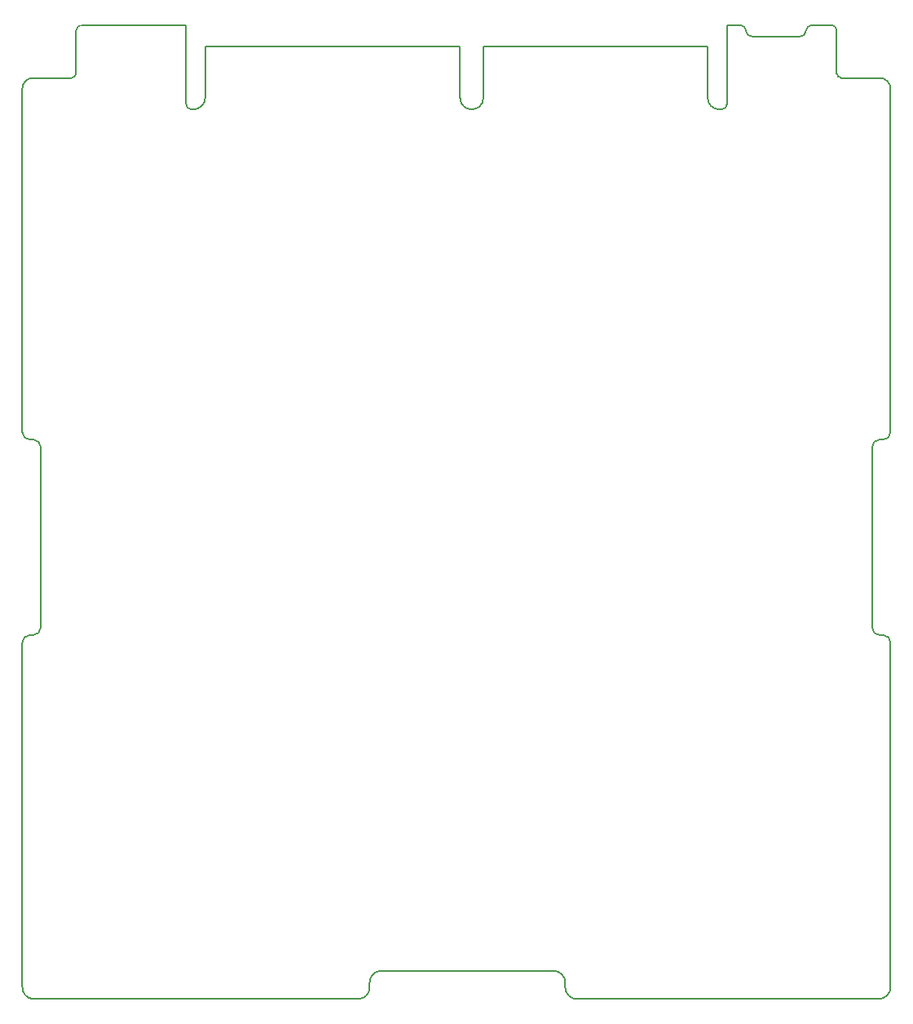
<source format=gm1>
G04 #@! TF.GenerationSoftware,KiCad,Pcbnew,7.0.1*
G04 #@! TF.CreationDate,2023-06-16T15:13:16-04:00*
G04 #@! TF.ProjectId,mainboard_pcbway,6d61696e-626f-4617-9264-5f7063627761,C*
G04 #@! TF.SameCoordinates,Original*
G04 #@! TF.FileFunction,Profile,NP*
%FSLAX46Y46*%
G04 Gerber Fmt 4.6, Leading zero omitted, Abs format (unit mm)*
G04 Created by KiCad (PCBNEW 7.0.1) date 2023-06-16 15:13:16*
%MOMM*%
%LPD*%
G01*
G04 APERTURE LIST*
G04 #@! TA.AperFunction,Profile*
%ADD10C,0.127000*%
G04 #@! TD*
G04 APERTURE END LIST*
D10*
X135864600Y-56743600D02*
X139852400Y-56743600D01*
X51943000Y-114604800D02*
G75*
G03*
X52705000Y-113842800I0J762000D01*
G01*
X140970000Y-93548200D02*
X140970000Y-57861200D01*
X107188000Y-150672800D02*
G75*
G03*
X105994200Y-149479000I-1193800J0D01*
G01*
X96266000Y-58801000D02*
X96266000Y-53441600D01*
X124002800Y-51257200D02*
X125349000Y-51257200D01*
X135382000Y-56261000D02*
G75*
G03*
X135864600Y-56743600I482600J0D01*
G01*
X98679000Y-53441600D02*
X121983500Y-53441600D01*
X125958592Y-51841400D02*
G75*
G03*
X126593600Y-52451000I610108J0D01*
G01*
X67792600Y-59385200D02*
X67792600Y-51257200D01*
X98679000Y-58801000D02*
X98679000Y-53441600D01*
X55880000Y-56743599D02*
G75*
G03*
X56387999Y-56286400I25400J482599D01*
G01*
X51892200Y-56743601D02*
G75*
G03*
X50800001Y-57861200I12700J-1104899D01*
G01*
X121983500Y-58801000D02*
X121983500Y-53441600D01*
X56972200Y-51257200D02*
G75*
G03*
X56388000Y-51841400I0J-584200D01*
G01*
X86868000Y-151206200D02*
X86868000Y-150672800D01*
X51562000Y-114604800D02*
G75*
G03*
X50800000Y-115366800I0J-762000D01*
G01*
X50800000Y-151130000D02*
G75*
G03*
X51917600Y-152400000I1193800J-76200D01*
G01*
X132816600Y-51257272D02*
G75*
G03*
X132181600Y-51866800I-100J-635428D01*
G01*
X50800000Y-151130000D02*
X50800000Y-115366800D01*
X51917600Y-152400000D02*
X85674200Y-152400000D01*
X135382000Y-51816000D02*
G75*
G03*
X134823200Y-51257200I-558800J0D01*
G01*
X52705000Y-95072200D02*
G75*
G03*
X51943000Y-94310200I-762000J0D01*
G01*
X132816600Y-51257200D02*
X134823200Y-51257200D01*
X124002800Y-59436000D02*
X124002800Y-51257200D01*
X140970000Y-115366800D02*
G75*
G03*
X140208000Y-114604800I-762000J0D01*
G01*
X85674200Y-152400000D02*
G75*
G03*
X86868000Y-151206200I0J1193800D01*
G01*
X50800000Y-93548200D02*
G75*
G03*
X51562000Y-94310200I762000J0D01*
G01*
X125958600Y-51841400D02*
G75*
G03*
X125349000Y-51257200I-596900J-12700D01*
G01*
X131572000Y-52451000D02*
G75*
G03*
X132181600Y-51866800I12700J596900D01*
G01*
X69799200Y-53441600D02*
X96266000Y-53441600D01*
X126593600Y-52451000D02*
X131572000Y-52451000D01*
X140970000Y-57861200D02*
G75*
G03*
X139852400Y-56743600I-1117600J0D01*
G01*
X69799200Y-58750200D02*
X69799200Y-53441600D01*
X123190000Y-60020200D02*
X123393200Y-60020200D01*
X67792613Y-59385201D02*
G75*
G03*
X68351400Y-60020199I596787J-38199D01*
G01*
X96266000Y-58801000D02*
G75*
G03*
X98679000Y-58801000I1206500J0D01*
G01*
X107188000Y-151206200D02*
X107188000Y-150672800D01*
X56972200Y-51257200D02*
X67792600Y-51257200D01*
X68351400Y-60020200D02*
X68580000Y-60020200D01*
X139065000Y-113842800D02*
X139065000Y-95072200D01*
X107188000Y-151206200D02*
G75*
G03*
X108381800Y-152400000I1193800J0D01*
G01*
X121983501Y-58801000D02*
G75*
G03*
X123190000Y-60020200I1212799J-6400D01*
G01*
X123393200Y-60020195D02*
G75*
G03*
X124002799Y-59436000I12800J596795D01*
G01*
X139065000Y-113842800D02*
G75*
G03*
X139827000Y-114604800I762000J0D01*
G01*
X68580000Y-60020200D02*
G75*
G03*
X69799200Y-58750200I-25400J1244600D01*
G01*
X88061800Y-149479000D02*
X105994200Y-149479000D01*
X51562000Y-114604800D02*
X51943000Y-114604800D01*
X108381800Y-152400000D02*
X139776200Y-152400000D01*
X52705000Y-113842800D02*
X52705000Y-95072200D01*
X51562000Y-94310200D02*
X51943000Y-94310200D01*
X50800000Y-93548200D02*
X50800000Y-57861200D01*
X56388000Y-56286400D02*
X56388000Y-51841400D01*
X135382000Y-56261000D02*
X135382000Y-51816000D01*
X51892200Y-56743600D02*
X55880000Y-56743600D01*
X140970000Y-151130000D02*
X140970000Y-115366800D01*
X88061800Y-149479000D02*
G75*
G03*
X86868000Y-150672800I0J-1193800D01*
G01*
X139827000Y-114604800D02*
X140208000Y-114604800D01*
X139776200Y-152400000D02*
G75*
G03*
X140970000Y-151130000I-38100J1231900D01*
G01*
X140208000Y-94310200D02*
G75*
G03*
X140970000Y-93548200I0J762000D01*
G01*
X139827000Y-94310200D02*
G75*
G03*
X139065000Y-95072200I0J-762000D01*
G01*
X139827000Y-94310200D02*
X140208000Y-94310200D01*
M02*

</source>
